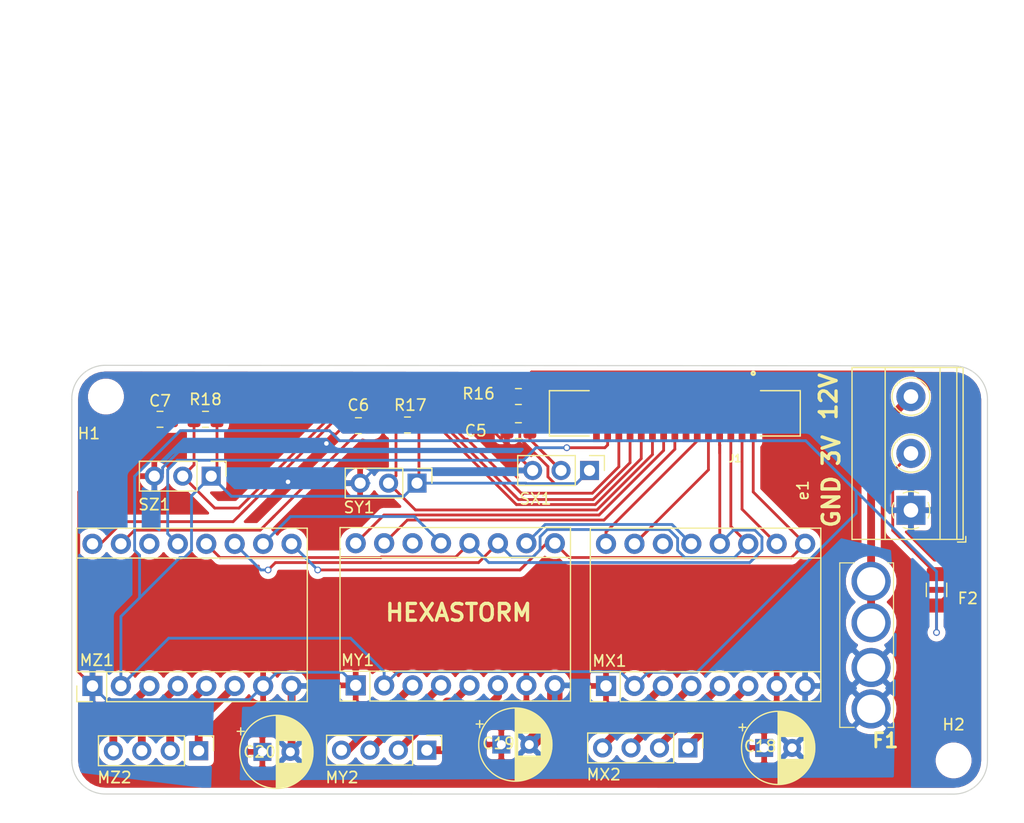
<source format=kicad_pcb>
(kicad_pcb (version 20171130) (host pcbnew "(5.1.10)-1")
  (title_block (title Firestarter) (date 2020-05-17) (rev 1) (company Hexastorm))
  (layers (0 F.Cu signal) (31 B.Cu signal) (34 B.Paste user hide) (35 F.Paste user hide) (36 B.SilkS user hide) (37 F.SilkS user) (38 B.Mask user hide) (39 F.Mask user hide) (44 Edge.Cuts user))
  (net 0 "")
  (net 1 +3V3)
  (net 2 GND)
  (net 3 +24V)
  (net 4 X_PO)
  (net 5 Y_PO)
  (net 6 Z_PO)
  (net 7 "Net-(F1-Pad1)")
  (net 8 "Net-(F2-Pad2)")
  (net 9 X_DIR)
  (net 10 X_STEP)
  (net 11 X_2B)
  (net 12 SPI1_XOYI)
  (net 13 X_2A)
  (net 14 SPI1_CE)
  (net 15 X_1A)
  (net 16 SPI1_SCL)
  (net 17 X_1B)
  (net 18 SPI1_MOSI)
  (net 19 ENABLE)
  (net 20 Y_DIR)
  (net 21 Y_STEP)
  (net 22 Y_2B)
  (net 23 SPI1_YOZI)
  (net 24 Y_2A)
  (net 25 Y_1A)
  (net 26 Y_1B)
  (net 27 Z_DIR)
  (net 28 Z_STEP)
  (net 29 Z_2B)
  (net 30 SPI1_MISO)
  (net 31 Z_2A)
  (net 32 Z_1A)
  (net 33 Z_1B)
  (net 34 "Net-(MX1-Pad6)")
  (net 35 "Net-(MY1-Pad6)")
  (net 36 "Net-(MZ1-Pad6)")
  (module footprints:TE_1-1734248-5 (layer F.Cu) (at 237.084 129.426 180)
    (fp_text reference J1 (at -5.37339 -4.010418) (layer F.SilkS) (effects (font (size 0.640643 0.640643))))
    (fp_text value 1-1734248-5)
    (pad 15_1 smd rect (at 7 -1.725 180) (size 0.6 1.65) (layers F.Cu F.Paste F.Mask) (net 30 SPI1_MISO))
    (pad 14_1 smd rect (at 6 -1.725 180) (size 0.6 1.65) (layers F.Cu F.Paste F.Mask) (net 30 SPI1_MISO))
    (pad 13_1 smd rect (at 5 -1.725 180) (size 0.6 1.65) (layers F.Cu F.Paste F.Mask) (net 6 Z_PO))
    (pad 12_1 smd rect (at 4 -1.725 180) (size 0.6 1.65) (layers F.Cu F.Paste F.Mask) (net 27 Z_DIR))
    (pad 11_1 smd rect (at 3 -1.725 180) (size 0.6 1.65) (layers F.Cu F.Paste F.Mask) (net 28 Z_STEP))
    (pad 10_1 smd rect (at 2 -1.725 180) (size 0.6 1.65) (layers F.Cu F.Paste F.Mask) (net 5 Y_PO))
    (pad 9_1 smd rect (at 1 -1.725 180) (size 0.6 1.65) (layers F.Cu F.Paste F.Mask) (net 20 Y_DIR))
    (pad 8_1 smd rect (at 0 -1.725 180) (size 0.6 1.65) (layers F.Cu F.Paste F.Mask) (net 21 Y_STEP))
    (pad 7_1 smd rect (at -1 -1.725 180) (size 0.6 1.65) (layers F.Cu F.Paste F.Mask) (net 4 X_PO))
    (pad 6_1 smd rect (at -2 -1.725 180) (size 0.6 1.65) (layers F.Cu F.Paste F.Mask) (net 9 X_DIR))
    (pad 5_1 smd rect (at -3 -1.725 180) (size 0.6 1.65) (layers F.Cu F.Paste F.Mask) (net 10 X_STEP))
    (pad 4_1 smd rect (at -4 -1.725 180) (size 0.6 1.65) (layers F.Cu F.Paste F.Mask) (net 14 SPI1_CE))
    (pad 3_1 smd rect (at -5 -1.725 180) (size 0.6 1.65) (layers F.Cu F.Paste F.Mask) (net 16 SPI1_SCL))
    (pad 2_1 smd rect (at -6 -1.725 180) (size 0.6 1.65) (layers F.Cu F.Paste F.Mask) (net 18 SPI1_MOSI))
    (pad 15 smd rect (at 7 2.025 180) (size 0.6 1.85) (layers F.Cu F.Paste F.Mask) (net 30 SPI1_MISO))
    (pad 14 smd rect (at 6 2.025 180) (size 0.6 1.85) (layers F.Cu F.Paste F.Mask) (net 30 SPI1_MISO))
    (pad 13 smd rect (at 5 2.025 180) (size 0.6 1.85) (layers F.Cu F.Paste F.Mask) (net 6 Z_PO))
    (pad 12 smd rect (at 4 2.025 180) (size 0.6 1.85) (layers F.Cu F.Paste F.Mask) (net 27 Z_DIR))
    (pad 11 smd rect (at 3 2.025 180) (size 0.6 1.85) (layers F.Cu F.Paste F.Mask) (net 28 Z_STEP))
    (pad 10 smd rect (at 2 2.025 180) (size 0.6 1.85) (layers F.Cu F.Paste F.Mask) (net 5 Y_PO))
    (pad 9 smd rect (at 1 2.025 180) (size 0.6 1.85) (layers F.Cu F.Paste F.Mask) (net 20 Y_DIR))
    (pad 8 smd rect (at 0 2.025 180) (size 0.6 1.85) (layers F.Cu F.Paste F.Mask) (net 21 Y_STEP))
    (pad 7 smd rect (at -1 2.025 180) (size 0.6 1.85) (layers F.Cu F.Paste F.Mask) (net 4 X_PO))
    (pad 6 smd rect (at -2 2.025 180) (size 0.6 1.85) (layers F.Cu F.Paste F.Mask) (net 9 X_DIR))
    (pad 5 smd rect (at -3 2.025 180) (size 0.6 1.85) (layers F.Cu F.Paste F.Mask) (net 10 X_STEP))
    (pad 4 smd rect (at -4 2.025 180) (size 0.6 1.85) (layers F.Cu F.Paste F.Mask) (net 14 SPI1_CE))
    (pad 3 smd rect (at -5 2.025 180) (size 0.6 1.85) (layers F.Cu F.Paste F.Mask) (net 16 SPI1_SCL))
    (pad 2 smd rect (at -6 2.025 180) (size 0.6 1.85) (layers F.Cu F.Paste F.Mask) (net 18 SPI1_MOSI))
    (pad 1_1 smd rect (at -7 -1.725 180) (size 0.6 1.65) (layers F.Cu F.Paste F.Mask) (net 19 ENABLE))
    (pad 1 smd rect (at -7 2.025 180) (size 0.6 1.85) (layers F.Cu F.Paste F.Mask) (net 19 ENABLE))
  )
  (module footprints:MCCQ122 (layer F.Cu) (at 254.61 144.412 270)
    (fp_text reference F1 (at 14.224 -1.27 180) (layer F.SilkS) (effects (font (size 1.27 1.27) (thickness 0.254))))
    (fp_text value 30A hide)
    (pad 4 thru_hole circle (at 11.4 0 270) (size 3.5 3.5) (drill 2.5239) (layers *.Cu *.Mask) (net 3 +24V))
    (pad 3 thru_hole circle (at 7.7 0 270) (size 3.5 3.5) (drill 2.5239) (layers *.Cu *.Mask) (net 3 +24V))
    (pad 2 thru_hole circle (at 3.7 0 270) (size 3.5 3.5) (drill 2.5239) (layers *.Cu *.Mask) (net 7 "Net-(F1-Pad1)"))
    (pad 1 thru_hole circle (at 0 0 270) (size 3.5 3.5) (drill 2.5239) (layers *.Cu *.Mask) (net 7 "Net-(F1-Pad1)"))
  )
  (module Fuse:Fuse_1206_3216Metric (layer F.Cu) (at 260.452 145.174 90)
    (fp_text reference F2 (at -0.762 2.794 180) (layer F.SilkS))
    (fp_text value 2A)
    (pad 2 smd roundrect (at 1.4 0 90) (size 1.25 1.75) (layers F.Cu F.Paste F.Mask) (roundrect_rratio 0.2) (net 8 "Net-(F2-Pad2)"))
    (pad 1 smd roundrect (at -1.4 0 90) (size 1.25 1.75) (layers F.Cu F.Paste F.Mask) (roundrect_rratio 0.2) (net 1 +3V3))
  )
  (module Connector_PinHeader_2.54mm:PinHeader_1x03_P2.54mm_Vertical (layer F.Cu) (at 195.682 135.014 270)
    (fp_text reference SZ1 (at 2.54 5.08 180) (layer F.SilkS))
    (fp_text value MOLEX_2031)
    (pad 3 thru_hole oval (at 0 5.08 270) (size 1.7 1.7) (drill 1) (layers *.Cu *.Mask) (net 2 GND))
    (pad 2 thru_hole oval (at 0 2.54 270) (size 1.7 1.7) (drill 1) (layers *.Cu *.Mask) (net 6 Z_PO))
    (pad 1 thru_hole rect (at 0 0 270) (size 1.7 1.7) (drill 1) (layers *.Cu *.Mask) (net 1 +3V3))
  )
  (module Connector_PinHeader_2.54mm:PinHeader_1x03_P2.54mm_Vertical (layer F.Cu) (at 214.06144 135.63884 270)
    (fp_text reference SY1 (at 2.16916 5.17144 180) (layer F.SilkS))
    (fp_text value MOLEX_2031)
    (pad 3 thru_hole oval (at 0 5.08 270) (size 1.7 1.7) (drill 1) (layers *.Cu *.Mask) (net 2 GND))
    (pad 2 thru_hole oval (at 0 2.54 270) (size 1.7 1.7) (drill 1) (layers *.Cu *.Mask) (net 5 Y_PO))
    (pad 1 thru_hole rect (at 0 0 270) (size 1.7 1.7) (drill 1) (layers *.Cu *.Mask) (net 1 +3V3))
  )
  (module Connector_PinHeader_2.54mm:PinHeader_1x03_P2.54mm_Vertical (layer F.Cu) (at 229.464 134.506 270)
    (fp_text reference SX1 (at 2.54 4.826 180) (layer F.SilkS))
    (fp_text value MOLEX_2031)
    (pad 3 thru_hole oval (at 0 5.08 270) (size 1.7 1.7) (drill 1) (layers *.Cu *.Mask) (net 2 GND))
    (pad 2 thru_hole oval (at 0 2.54 270) (size 1.7 1.7) (drill 1) (layers *.Cu *.Mask) (net 4 X_PO))
    (pad 1 thru_hole rect (at 0 0 270) (size 1.7 1.7) (drill 1) (layers *.Cu *.Mask) (net 1 +3V3))
  )
  (module Connector_PinHeader_2.54mm:PinHeader_1x04_P2.54mm_Vertical (layer F.Cu) (at 194.5644 159.5504 270)
    (fp_text reference MZ2 (at 2.3876 7.5184 180) (layer F.SilkS))
    (fp_text value MOLEX_2041)
    (pad 4 thru_hole oval (at 0 7.62 270) (size 1.7 1.7) (drill 1) (layers *.Cu *.Mask) (net 33 Z_1B))
    (pad 3 thru_hole oval (at 0 5.08 270) (size 1.7 1.7) (drill 1) (layers *.Cu *.Mask) (net 32 Z_1A))
    (pad 2 thru_hole oval (at 0 2.54 270) (size 1.7 1.7) (drill 1) (layers *.Cu *.Mask) (net 31 Z_2A))
    (pad 1 thru_hole rect (at 0 0 270) (size 1.7 1.7) (drill 1) (layers *.Cu *.Mask) (net 29 Z_2B))
  )
  (module Connector_PinHeader_2.54mm:PinHeader_1x04_P2.54mm_Vertical (layer F.Cu) (at 214.9352 159.4996 270)
    (fp_text reference MY2 (at 2.4384 7.5692 180) (layer F.SilkS))
    (fp_text value MOLEX_2041)
    (pad 4 thru_hole oval (at 0 7.62 270) (size 1.7 1.7) (drill 1) (layers *.Cu *.Mask) (net 26 Y_1B))
    (pad 3 thru_hole oval (at 0 5.08 270) (size 1.7 1.7) (drill 1) (layers *.Cu *.Mask) (net 25 Y_1A))
    (pad 2 thru_hole oval (at 0 2.54 270) (size 1.7 1.7) (drill 1) (layers *.Cu *.Mask) (net 24 Y_2A))
    (pad 1 thru_hole rect (at 0 0 270) (size 1.7 1.7) (drill 1) (layers *.Cu *.Mask) (net 22 Y_2B))
  )
  (module Connector_PinHeader_2.54mm:PinHeader_1x04_P2.54mm_Vertical (layer F.Cu) (at 238.2524 159.2964 270)
    (fp_text reference MX2 (at 2.3876 7.5184 180) (layer F.SilkS))
    (fp_text value MOLEX_2041)
    (pad 4 thru_hole oval (at 0 7.62 270) (size 1.7 1.7) (drill 1) (layers *.Cu *.Mask) (net 17 X_1B))
    (pad 3 thru_hole oval (at 0 5.08 270) (size 1.7 1.7) (drill 1) (layers *.Cu *.Mask) (net 15 X_1A))
    (pad 2 thru_hole oval (at 0 2.54 270) (size 1.7 1.7) (drill 1) (layers *.Cu *.Mask) (net 13 X_2A))
    (pad 1 thru_hole rect (at 0 0 270) (size 1.7 1.7) (drill 1) (layers *.Cu *.Mask) (net 11 X_2B))
  )
  (module MountingHole:MountingHole_2.2mm_M2 (layer F.Cu) (at 261.976 160.414)
    (fp_text reference H2 (at 0 -3.2) (layer F.SilkS))
    (fp_text value MountingHole)
    (pad 1 np_thru_hole circle (at 0 0) (size 2.2 2.2) (drill 2.2) (layers *.Cu *.Mask))
  )
  (module MountingHole:MountingHole_2.2mm_M2 (layer F.Cu) (at 186.284 127.902)
    (fp_text reference H1 (at -1.524 3.302 180) (layer F.SilkS))
    (fp_text value MountingHole)
    (pad 1 np_thru_hole circle (at 0 0) (size 2.2 2.2) (drill 2.2) (layers *.Cu *.Mask))
  )
  (module TerminalBlock_Phoenix:TerminalBlock_Phoenix_MKDS-1,5-3-5.08_1x03_P5.08mm_Horizontal (layer F.Cu) (at 258.166 138.062 90)
    (fp_text reference e1 (at 1.778 -9.652 90) (layer F.SilkS))
    (fp_text value Screw_Terminal_01x03)
    (pad 3 thru_hole circle (at 10.16 0 90) (size 2.6 2.6) (drill 1.3) (layers *.Cu *.Mask) (net 7 "Net-(F1-Pad1)"))
    (pad 2 thru_hole circle (at 5.08 0 90) (size 2.6 2.6) (drill 1.3) (layers *.Cu *.Mask) (net 8 "Net-(F2-Pad2)"))
    (pad 1 thru_hole rect (at 0 0 90) (size 2.6 2.6) (drill 1.3) (layers *.Cu *.Mask) (net 2 GND))
  )
  (module Capacitor_SMD:C_0805_2012Metric_Pad1.15x1.40mm_HandSolder (layer F.Cu) (at 191.11 129.934)
    (fp_text reference C7 (at 0 -1.65) (layer F.SilkS))
    (fp_text value 0.1uF)
    (pad 2 smd roundrect (at 1.025 0) (size 1.15 1.4) (layers F.Cu F.Paste F.Mask) (roundrect_rratio 0.2173904347826087) (net 6 Z_PO))
    (pad 1 smd roundrect (at -1.025 0) (size 1.15 1.4) (layers F.Cu F.Paste F.Mask) (roundrect_rratio 0.2173904347826087) (net 2 GND))
  )
  (module Capacitor_SMD:C_0805_2012Metric_Pad1.15x1.40mm_HandSolder (layer F.Cu) (at 208.8265 130.5055)
    (fp_text reference C6 (at 0 -1.8415) (layer F.SilkS))
    (fp_text value 0.1uF)
    (pad 2 smd roundrect (at 1.025 0) (size 1.15 1.4) (layers F.Cu F.Paste F.Mask) (roundrect_rratio 0.2173904347826087) (net 5 Y_PO))
    (pad 1 smd roundrect (at -1.025 0) (size 1.15 1.4) (layers F.Cu F.Paste F.Mask) (roundrect_rratio 0.2173904347826087) (net 2 GND))
  )
  (module Capacitor_SMD:C_0805_2012Metric_Pad1.15x1.40mm_HandSolder (layer F.Cu) (at 223.114 130.95)
    (fp_text reference C5 (at -3.81 0) (layer F.SilkS))
    (fp_text value 0.1uF)
    (pad 2 smd roundrect (at 1.025 0) (size 1.15 1.4) (layers F.Cu F.Paste F.Mask) (roundrect_rratio 0.2173904347826087) (net 4 X_PO))
    (pad 1 smd roundrect (at -1.025 0) (size 1.15 1.4) (layers F.Cu F.Paste F.Mask) (roundrect_rratio 0.2173904347826087) (net 2 GND))
  )
  (module footprints:TMC2130 (layer F.Cu) (at 230.9372 153.7592 90)
    (fp_text reference MX1 (at 2.2352 0.3048 180) (layer F.SilkS))
    (fp_text value X_STEPPER)
    (pad 8 thru_hole oval (at 12.7 0 90) (size 1.8 1.8) (drill 1.02) (layers *.Cu *.Mask) (net 9 X_DIR))
    (pad 16 thru_hole oval (at 0 17.78 90) (size 1.8 1.8) (drill 1.02) (layers *.Cu *.Mask) (net 3 +24V))
    (pad 7 thru_hole oval (at 12.7 2.54 90) (size 1.8 1.8) (drill 1.02) (layers *.Cu *.Mask) (net 10 X_STEP))
    (pad 15 thru_hole oval (at 0 15.24 90) (size 1.8 1.8) (drill 1.02) (layers *.Cu *.Mask) (net 2 GND))
    (pad 6 thru_hole oval (at 12.7 5.08 90) (size 1.8 1.8) (drill 1.02) (layers *.Cu *.Mask) (net 34 "Net-(MX1-Pad6)"))
    (pad 14 thru_hole oval (at 0 12.7 90) (size 1.8 1.8) (drill 1.02) (layers *.Cu *.Mask) (net 11 X_2B))
    (pad 5 thru_hole oval (at 12.7 7.62 90) (size 1.8 1.8) (drill 1.02) (layers *.Cu *.Mask) (net 12 SPI1_XOYI))
    (pad 13 thru_hole oval (at 0 10.16 90) (size 1.8 1.8) (drill 1.02) (layers *.Cu *.Mask) (net 13 X_2A))
    (pad 4 thru_hole oval (at 12.7 10.16 90) (size 1.8 1.8) (drill 1.02) (layers *.Cu *.Mask) (net 14 SPI1_CE))
    (pad 12 thru_hole oval (at 0 7.62 90) (size 1.8 1.8) (drill 1.02) (layers *.Cu *.Mask) (net 15 X_1A))
    (pad 3 thru_hole oval (at 12.7 12.7 90) (size 1.8 1.8) (drill 1.02) (layers *.Cu *.Mask) (net 16 SPI1_SCL))
    (pad 11 thru_hole oval (at 0 5.08 90) (size 1.8 1.8) (drill 1.02) (layers *.Cu *.Mask) (net 17 X_1B))
    (pad 2 thru_hole oval (at 12.7 15.24 90) (size 1.8 1.8) (drill 1.02) (layers *.Cu *.Mask) (net 18 SPI1_MOSI))
    (pad 10 thru_hole oval (at 0 2.54 90) (size 1.8 1.8) (drill 1.02) (layers *.Cu *.Mask) (net 1 +3V3))
    (pad 1 thru_hole oval (at 12.7 17.78 90) (size 1.8 1.8) (drill 1.02) (layers *.Cu *.Mask) (net 19 ENABLE))
    (pad 9 thru_hole rect (at 0 0 90) (size 1.8 1.8) (drill 1.02) (layers *.Cu *.Mask) (net 2 GND))
  )
  (module footprints:TMC2130 (layer F.Cu) (at 185.08 153.762 90)
    (fp_text reference MZ1 (at 2.3015 0.3785 180) (layer F.SilkS))
    (fp_text value Z_STEPPER)
    (pad 8 thru_hole oval (at 12.7 0 90) (size 1.8 1.8) (drill 1.02) (layers *.Cu *.Mask) (net 27 Z_DIR))
    (pad 16 thru_hole oval (at 0 17.78 90) (size 1.8 1.8) (drill 1.02) (layers *.Cu *.Mask) (net 3 +24V))
    (pad 7 thru_hole oval (at 12.7 2.54 90) (size 1.8 1.8) (drill 1.02) (layers *.Cu *.Mask) (net 28 Z_STEP))
    (pad 15 thru_hole oval (at 0 15.24 90) (size 1.8 1.8) (drill 1.02) (layers *.Cu *.Mask) (net 2 GND))
    (pad 6 thru_hole oval (at 12.7 5.08 90) (size 1.8 1.8) (drill 1.02) (layers *.Cu *.Mask) (net 36 "Net-(MZ1-Pad6)"))
    (pad 14 thru_hole oval (at 0 12.7 90) (size 1.8 1.8) (drill 1.02) (layers *.Cu *.Mask) (net 29 Z_2B))
    (pad 5 thru_hole oval (at 12.7 7.62 90) (size 1.8 1.8) (drill 1.02) (layers *.Cu *.Mask) (net 30 SPI1_MISO))
    (pad 13 thru_hole oval (at 0 10.16 90) (size 1.8 1.8) (drill 1.02) (layers *.Cu *.Mask) (net 31 Z_2A))
    (pad 4 thru_hole oval (at 12.7 10.16 90) (size 1.8 1.8) (drill 1.02) (layers *.Cu *.Mask) (net 14 SPI1_CE))
    (pad 12 thru_hole oval (at 0 7.62 90) (size 1.8 1.8) (drill 1.02) (layers *.Cu *.Mask) (net 32 Z_1A))
    (pad 3 thru_hole oval (at 12.7 12.7 90) (size 1.8 1.8) (drill 1.02) (layers *.Cu *.Mask) (net 16 SPI1_SCL))
    (pad 11 thru_hole oval (at 0 5.08 90) (size 1.8 1.8) (drill 1.02) (layers *.Cu *.Mask) (net 33 Z_1B))
    (pad 2 thru_hole oval (at 12.7 15.24 90) (size 1.8 1.8) (drill 1.02) (layers *.Cu *.Mask) (net 23 SPI1_YOZI))
    (pad 10 thru_hole oval (at 0 2.54 90) (size 1.8 1.8) (drill 1.02) (layers *.Cu *.Mask) (net 1 +3V3))
    (pad 1 thru_hole oval (at 12.7 17.78 90) (size 1.8 1.8) (drill 1.02) (layers *.Cu *.Mask) (net 19 ENABLE))
    (pad 9 thru_hole rect (at 0 0 90) (size 1.8 1.8) (drill 1.02) (layers *.Cu *.Mask) (net 2 GND))
  )
  (module Capacitor_THT:CP_Radial_D6.3mm_P2.50mm (layer F.Cu) (at 221.59 159)
    (fp_text reference C19 (at -0.254 -0.11) (layer F.SilkS))
    (fp_text value 100uF)
    (pad 2 thru_hole circle (at 2.5 0) (size 1.6 1.6) (drill 0.8) (layers *.Cu *.Mask) (net 3 +24V))
    (pad 1 thru_hole rect (at 0 0) (size 1.6 1.6) (drill 0.8) (layers *.Cu *.Mask) (net 2 GND))
  )
  (module Resistor_SMD:R_0805_2012Metric_Pad1.15x1.40mm_HandSolder (layer F.Cu) (at 195.174 129.934 180)
    (fp_text reference R18 (at 0 1.778) (layer F.SilkS))
    (fp_text value 10K)
    (pad 2 smd roundrect (at 1.025 0 180) (size 1.15 1.4) (layers F.Cu F.Paste F.Mask) (roundrect_rratio 0.2173904347826087) (net 6 Z_PO))
    (pad 1 smd roundrect (at -1.025 0 180) (size 1.15 1.4) (layers F.Cu F.Paste F.Mask) (roundrect_rratio 0.2173904347826087) (net 1 +3V3))
  )
  (module Resistor_SMD:R_0805_2012Metric_Pad1.15x1.40mm_HandSolder (layer F.Cu) (at 213.208 130.442 180)
    (fp_text reference R17 (at -0.254 1.778) (layer F.SilkS))
    (fp_text value 10K)
    (pad 2 smd roundrect (at 1.025 0 180) (size 1.15 1.4) (layers F.Cu F.Paste F.Mask) (roundrect_rratio 0.2173904347826087) (net 5 Y_PO))
    (pad 1 smd roundrect (at -1.025 0 180) (size 1.15 1.4) (layers F.Cu F.Paste F.Mask) (roundrect_rratio 0.2173904347826087) (net 1 +3V3))
  )
  (module Resistor_SMD:R_0805_2012Metric_Pad1.15x1.40mm_HandSolder (layer F.Cu) (at 223.114 127.902)
    (fp_text reference R16 (at -3.556 -0.254) (layer F.SilkS))
    (fp_text value 10K)
    (pad 2 smd roundrect (at 1.025 0) (size 1.15 1.4) (layers F.Cu F.Paste F.Mask) (roundrect_rratio 0.2173904347826087) (net 4 X_PO))
    (pad 1 smd roundrect (at -1.025 0) (size 1.15 1.4) (layers F.Cu F.Paste F.Mask) (roundrect_rratio 0.2173904347826087) (net 1 +3V3))
  )
  (module footprints:TMC2130 (layer F.Cu) (at 208.5852 153.7084 90)
    (fp_text reference MY1 (at 2.2479 0.1778 180) (layer F.SilkS))
    (fp_text value Y_STEPPER)
    (pad 8 thru_hole oval (at 12.7 0 90) (size 1.8 1.8) (drill 1.02) (layers *.Cu *.Mask) (net 20 Y_DIR))
    (pad 16 thru_hole oval (at 0 17.78 90) (size 1.8 1.8) (drill 1.02) (layers *.Cu *.Mask) (net 3 +24V))
    (pad 7 thru_hole oval (at 12.7 2.54 90) (size 1.8 1.8) (drill 1.02) (layers *.Cu *.Mask) (net 21 Y_STEP))
    (pad 15 thru_hole oval (at 0 15.24 90) (size 1.8 1.8) (drill 1.02) (layers *.Cu *.Mask) (net 2 GND))
    (pad 6 thru_hole oval (at 12.7 5.08 90) (size 1.8 1.8) (drill 1.02) (layers *.Cu *.Mask) (net 35 "Net-(MY1-Pad6)"))
    (pad 14 thru_hole oval (at 0 12.7 90) (size 1.8 1.8) (drill 1.02) (layers *.Cu *.Mask) (net 22 Y_2B))
    (pad 5 thru_hole oval (at 12.7 7.62 90) (size 1.8 1.8) (drill 1.02) (layers *.Cu *.Mask) (net 23 SPI1_YOZI))
    (pad 13 thru_hole oval (at 0 10.16 90) (size 1.8 1.8) (drill 1.02) (layers *.Cu *.Mask) (net 24 Y_2A))
    (pad 4 thru_hole oval (at 12.7 10.16 90) (size 1.8 1.8) (drill 1.02) (layers *.Cu *.Mask) (net 14 SPI1_CE))
    (pad 12 thru_hole oval (at 0 7.62 90) (size 1.8 1.8) (drill 1.02) (layers *.Cu *.Mask) (net 25 Y_1A))
    (pad 3 thru_hole oval (at 12.7 12.7 90) (size 1.8 1.8) (drill 1.02) (layers *.Cu *.Mask) (net 16 SPI1_SCL))
    (pad 11 thru_hole oval (at 0 5.08 90) (size 1.8 1.8) (drill 1.02) (layers *.Cu *.Mask) (net 26 Y_1B))
    (pad 2 thru_hole oval (at 12.7 15.24 90) (size 1.8 1.8) (drill 1.02) (layers *.Cu *.Mask) (net 12 SPI1_XOYI))
    (pad 10 thru_hole oval (at 0 2.54 90) (size 1.8 1.8) (drill 1.02) (layers *.Cu *.Mask) (net 1 +3V3))
    (pad 1 thru_hole oval (at 12.7 17.78 90) (size 1.8 1.8) (drill 1.02) (layers *.Cu *.Mask) (net 19 ENABLE))
    (pad 9 thru_hole rect (at 0 0 90) (size 1.8 1.8) (drill 1.02) (layers *.Cu *.Mask) (net 2 GND))
  )
  (module Capacitor_THT:CP_Radial_D6.3mm_P2.50mm (layer F.Cu) (at 200.254 159.652)
    (fp_text reference C20 (at -0.254 0) (layer F.SilkS))
    (fp_text value 100uF)
    (pad 2 thru_hole circle (at 2.5 0) (size 1.6 1.6) (drill 0.8) (layers *.Cu *.Mask) (net 3 +24V))
    (pad 1 thru_hole rect (at 0 0) (size 1.6 1.6) (drill 0.8) (layers *.Cu *.Mask) (net 2 GND))
  )
  (module Capacitor_THT:CP_Radial_D6.3mm_P2.50mm (layer F.Cu) (at 245.0596 159.2964)
    (fp_text reference C18 (at -0.3556 -0.1524) (layer F.SilkS))
    (fp_text value 100uF)
    (pad 2 thru_hole circle (at 2.5 0) (size 1.6 1.6) (drill 0.8) (layers *.Cu *.Mask) (net 3 +24V))
    (pad 1 thru_hole rect (at 0 0) (size 1.6 1.6) (drill 0.8) (layers *.Cu *.Mask) (net 2 GND))
  )
  (gr_text HEXASTORM (at 217.78 147.206) (layer F.SilkS) (effects (font (size 1.5 1.5) (thickness 0.3))))
  (gr_text 3V (at 251.054 132.728 90) (layer F.SilkS) (effects (font (size 1.5 1.5) (thickness 0.3))))
  (gr_text 12V (at 250.8 127.902 90) (layer F.SilkS) (effects (font (size 1.5 1.5) (thickness 0.3))))
  (gr_text GND (at 251.054 137.3 90) (layer F.SilkS) (effects (font (size 1.5 1.5) (thickness 0.3))))
  (gr_line (start 183.236 128.164727) (end 183.236 160.414) (layer Edge.Cuts) (width 0.1))
  (gr_arc (start 262 128.156) (end 262 125.156) (angle 90) (layer Edge.Cuts) (width 0.1))
  (gr_arc (start 261.9986 160.41908) (end 265 160.4394) (angle 89.61210353) (layer Edge.Cuts) (width 0.1))
  (gr_arc (start 186.236 160.414) (end 186.236 163.414) (angle 90) (layer Edge.Cuts) (width 0.1))
  (gr_arc (start 186.22864 128.101227) (end 183.236 128.164727) (angle 90.77898295) (layer Edge.Cuts) (width 0.1))
  (gr_line (start 262 125.156) (end 186.205832 125.108) (layer Edge.Cuts) (width 0.1))
  (gr_line (start 265 160.4394) (end 265 128.156) (layer Edge.Cuts) (width 0.1))
  (gr_line (start 186.236 163.414) (end 261.9986 163.420549) (layer Edge.Cuts) (width 0.1))
  (segment (start 214.233 135.46728) (end 214.06144 135.63884) (width 0.25) (layer F.Cu) (net 1))
  (segment (start 214.233 130.442) (end 214.233 135.46728) (width 0.25) (layer F.Cu) (net 1))
  (segment (start 228.288999 135.681001) (end 229.464 134.506) (width 0.25) (layer B.Cu) (net 1))
  (segment (start 223.819999 135.681001) (end 228.288999 135.681001) (width 0.25) (layer B.Cu) (net 1))
  (segment (start 223.777838 135.63884) (end 223.819999 135.681001) (width 0.25) (layer B.Cu) (net 1))
  (segment (start 214.06144 135.63884) (end 223.777838 135.63884) (width 0.25) (layer B.Cu) (net 1))
  (segment (start 196.199 134.497) (end 195.682 135.014) (width 0.25) (layer F.Cu) (net 1))
  (segment (start 196.199 129.934) (end 196.199 134.497) (width 0.25) (layer F.Cu) (net 1))
  (segment (start 195.682 135.014) (end 196.232161 134.463839) (width 0.25) (layer B.Cu) (net 1))
  (segment (start 193.925001 136.770999) (end 195.682 135.014) (width 0.25) (layer B.Cu) (net 1))
  (segment (start 193.288001 142.287001) (end 193.925001 141.650001) (width 0.25) (layer B.Cu) (net 1))
  (segment (start 260.452 146.574) (end 260.452 148.984) (width 0.25) (layer F.Cu) (net 1))
  (segment (start 260.452 148.984) (end 260.452 148.984) (width 0.25) (layer F.Cu) (net 1))
  (via (at 260.452 148.984) (size 0.6) (drill 0.4) (layers F.Cu B.Cu) (net 1))
  (segment (start 207.138003 131.848999) (end 248.767997 131.848999) (width 0.25) (layer B.Cu) (net 1))
  (segment (start 206.239004 130.95) (end 207.138003 131.848999) (width 0.25) (layer B.Cu) (net 1))
  (segment (start 192.926998 130.95) (end 206.239004 130.95) (width 0.25) (layer B.Cu) (net 1))
  (segment (start 187.62 153.762) (end 187.62 147.555001) (width 0.25) (layer B.Cu) (net 1))
  (segment (start 192.888 142.287001) (end 193.288001 142.287001) (width 0.25) (layer B.Cu) (net 1))
  (segment (start 188.845001 135.035001) (end 188.843499 135.033499) (width 0.25) (layer B.Cu) (net 1))
  (segment (start 188.845001 141.639001) (end 188.845001 135.035001) (width 0.25) (layer B.Cu) (net 1))
  (segment (start 189.285501 142.079501) (end 188.845001 141.639001) (width 0.25) (layer B.Cu) (net 1))
  (segment (start 188.843499 135.033499) (end 192.926998 130.95) (width 0.25) (layer B.Cu) (net 1))
  (segment (start 189.285501 145.889501) (end 189.285501 142.079501) (width 0.25) (layer B.Cu) (net 1))
  (segment (start 187.62 147.555001) (end 189.285501 145.889501) (width 0.25) (layer B.Cu) (net 1))
  (segment (start 189.285501 145.889501) (end 192.888 142.287001) (width 0.25) (layer B.Cu) (net 1))
  (segment (start 193.925001 141.650001) (end 193.925001 136.770999) (width 0.25) (layer B.Cu) (net 1))
  (segment (start 212.886439 136.813841) (end 197.481841 136.813841) (width 0.25) (layer B.Cu) (net 1))
  (segment (start 197.481841 136.813841) (end 195.682 135.014) (width 0.25) (layer B.Cu) (net 1))
  (segment (start 214.06144 135.63884) (end 212.886439 136.813841) (width 0.25) (layer B.Cu) (net 1))
  (segment (start 253.271499 138.317903) (end 253.271499 136.352501) (width 0.25) (layer B.Cu) (net 1))
  (segment (start 234.702201 152.534199) (end 239.055203 152.534199) (width 0.25) (layer B.Cu) (net 1))
  (segment (start 233.4772 153.7592) (end 234.702201 152.534199) (width 0.25) (layer B.Cu) (net 1))
  (segment (start 239.055203 152.534199) (end 253.271499 138.317903) (width 0.25) (layer B.Cu) (net 1))
  (segment (start 248.767997 131.848999) (end 253.271499 136.352501) (width 0.25) (layer B.Cu) (net 1))
  (segment (start 260.452 143.533002) (end 254.160499 137.241501) (width 0.25) (layer B.Cu) (net 1))
  (segment (start 260.452 148.984) (end 260.452 143.533002) (width 0.25) (layer B.Cu) (net 1))
  (segment (start 253.271499 136.352501) (end 254.160499 137.241501) (width 0.25) (layer B.Cu) (net 1))
  (segment (start 232.201399 152.483399) (end 233.4772 153.7592) (width 0.25) (layer B.Cu) (net 1))
  (segment (start 212.350201 152.483399) (end 232.201399 152.483399) (width 0.25) (layer B.Cu) (net 1))
  (segment (start 211.1252 153.7084) (end 212.350201 152.483399) (width 0.25) (layer B.Cu) (net 1))
  (segment (start 187.62 153.762) (end 191.89 149.492) (width 0.25) (layer B.Cu) (net 1))
  (segment (start 191.89 149.492) (end 208.128 149.492) (width 0.25) (layer B.Cu) (net 1))
  (segment (start 211.1252 152.4892) (end 211.1252 153.7084) (width 0.25) (layer B.Cu) (net 1))
  (segment (start 208.128 149.492) (end 211.1252 152.4892) (width 0.25) (layer B.Cu) (net 1))
  (segment (start 207.8015 130.5055) (end 207.8015 130.5145) (width 0.25) (layer F.Cu) (net 2))
  (via (at 202.54 135.522) (size 0.6) (drill 0.4) (layers F.Cu B.Cu) (net 2))
  (segment (start 207.5565 130.5055) (end 207.8015 130.5055) (width 0.25) (layer F.Cu) (net 2))
  (segment (start 202.54 135.522) (end 205.969 132.093) (width 0.25) (layer F.Cu) (net 2))
  (segment (start 205.969 132.093) (end 207.5565 130.5055) (width 0.25) (layer F.Cu) (net 2))
  (via (at 205.969 132.093) (size 0.6) (drill 0.4) (layers F.Cu B.Cu) (net 2))
  (segment (start 222.089 132.211) (end 224.384 134.506) (width 0.25) (layer F.Cu) (net 2))
  (segment (start 222.089 130.95) (end 222.089 132.211) (width 0.25) (layer F.Cu) (net 2))
  (segment (start 208.98144 135.63884) (end 209.782438 135.63884) (width 0.25) (layer B.Cu) (net 2))
  (segment (start 191.952038 128.066962) (end 190.085 129.934) (width 0.25) (layer F.Cu) (net 2))
  (segment (start 217.944962 128.066962) (end 191.952038 128.066962) (width 0.25) (layer F.Cu) (net 2))
  (segment (start 224.384 134.506) (end 217.944962 128.066962) (width 0.25) (layer F.Cu) (net 2))
  (segment (start 193.506591 132.093) (end 205.969 132.093) (width 0.25) (layer B.Cu) (net 2))
  (segment (start 191.347 134.252591) (end 193.506591 132.093) (width 0.25) (layer B.Cu) (net 2))
  (segment (start 191.347 134.777) (end 191.347 134.252591) (width 0.25) (layer B.Cu) (net 2))
  (segment (start 191.11 135.014) (end 191.347 134.777) (width 0.25) (layer B.Cu) (net 2))
  (segment (start 190.602 135.014) (end 191.11 135.014) (width 0.25) (layer B.Cu) (net 2))
  (segment (start 224.341839 134.463839) (end 224.384 134.506) (width 0.25) (layer B.Cu) (net 2))
  (segment (start 210.156441 134.463839) (end 224.341839 134.463839) (width 0.25) (layer B.Cu) (net 2))
  (segment (start 208.98144 135.63884) (end 210.156441 134.463839) (width 0.25) (layer B.Cu) (net 2))
  (segment (start 202.65684 135.63884) (end 202.54 135.522) (width 0.25) (layer B.Cu) (net 2))
  (segment (start 208.98144 135.63884) (end 202.65684 135.63884) (width 0.25) (layer B.Cu) (net 2))
  (segment (start 183.854999 152.536999) (end 185.08 153.762) (width 0.25) (layer F.Cu) (net 2))
  (segment (start 183.854999 136.427001) (end 183.854999 152.536999) (width 0.25) (layer F.Cu) (net 2))
  (segment (start 185.268 135.014) (end 183.854999 136.427001) (width 0.25) (layer F.Cu) (net 2))
  (segment (start 190.602 135.014) (end 185.268 135.014) (width 0.25) (layer F.Cu) (net 2))
  (segment (start 199.094999 154.987001) (end 200.32 153.762) (width 0.25) (layer B.Cu) (net 2))
  (segment (start 186.305001 154.987001) (end 199.094999 154.987001) (width 0.25) (layer B.Cu) (net 2))
  (segment (start 185.08 153.762) (end 186.305001 154.987001) (width 0.25) (layer B.Cu) (net 2))
  (segment (start 207.413799 152.536999) (end 208.5852 153.7084) (width 0.25) (layer B.Cu) (net 2))
  (segment (start 201.545001 152.536999) (end 207.413799 152.536999) (width 0.25) (layer B.Cu) (net 2))
  (segment (start 200.32 153.762) (end 201.545001 152.536999) (width 0.25) (layer B.Cu) (net 2))
  (segment (start 226.3652 156.7248) (end 224.09 159) (width 1.37) (layer F.Cu) (net 3))
  (segment (start 226.3652 153.7084) (end 226.3652 156.7248) (width 1.37) (layer F.Cu) (net 3))
  (segment (start 202.86 159.546) (end 202.754 159.652) (width 0.7) (layer F.Cu) (net 3))
  (segment (start 202.86 153.762) (end 202.86 159.546) (width 0.7) (layer F.Cu) (net 3))
  (segment (start 222.597 127.648) (end 222.597 128.392) (width 0.25) (layer F.Cu) (net 1))
  (segment (start 224.647 132.229) (end 226.924 134.506) (width 0.25) (layer F.Cu) (net 4))
  (segment (start 224.139 131.721) (end 226.924 134.506) (width 0.25) (layer F.Cu) (net 4))
  (segment (start 224.139 130.95) (end 224.139 131.721) (width 0.25) (layer F.Cu) (net 4))
  (segment (start 238.084 126.226) (end 238.084 127.401) (width 0.25) (layer F.Cu) (net 4))
  (segment (start 238.008999 126.150999) (end 238.084 126.226) (width 0.25) (layer F.Cu) (net 4))
  (segment (start 238.084 127.401) (end 238.084 131.151) (width 0.25) (layer F.Cu) (net 4))
  (segment (start 228.288999 135.681001) (end 229.464 134.506) (width 0.25) (layer F.Cu) (net 1))
  (segment (start 226.359999 135.681001) (end 228.288999 135.681001) (width 0.25) (layer F.Cu) (net 1))
  (segment (start 225.748999 135.070001) (end 226.359999 135.681001) (width 0.25) (layer F.Cu) (net 1))
  (segment (start 225.748999 134.148189) (end 225.748999 135.070001) (width 0.25) (layer F.Cu) (net 1))
  (segment (start 223.23899 131.63818) (end 225.748999 134.148189) (width 0.25) (layer F.Cu) (net 1))
  (segment (start 223.23899 128.47699) (end 223.23899 131.63818) (width 0.25) (layer F.Cu) (net 1))
  (segment (start 222.664 127.902) (end 223.23899 128.47699) (width 0.25) (layer F.Cu) (net 1))
  (segment (start 222.089 127.902) (end 222.664 127.902) (width 0.25) (layer F.Cu) (net 1))
  (segment (start 261.65201 145.37399) (end 260.452 146.574) (width 0.25) (layer F.Cu) (net 1))
  (segment (start 258.369991 125.700989) (end 261.65201 128.983008) (width 0.25) (layer F.Cu) (net 1))
  (segment (start 261.65201 128.983008) (end 261.65201 145.37399) (width 0.25) (layer F.Cu) (net 1))
  (segment (start 224.290011 125.700989) (end 258.369991 125.700989) (width 0.25) (layer F.Cu) (net 1))
  (segment (start 222.089 127.902) (end 224.290011 125.700989) (width 0.25) (layer F.Cu) (net 1))
  (segment (start 233.755001 126.150999) (end 238.008999 126.150999) (width 0.25) (layer F.Cu) (net 4))
  (segment (start 224.139 127.902) (end 224.139 130.95) (width 0.25) (layer F.Cu) (net 4))
  (segment (start 225.890001 126.150999) (end 229.691001 126.150999) (width 0.25) (layer F.Cu) (net 4))
  (segment (start 224.139 127.902) (end 225.890001 126.150999) (width 0.25) (layer F.Cu) (net 4))
  (segment (start 229.691001 126.150999) (end 233.755001 126.150999) (width 0.25) (layer F.Cu) (net 4))
  (segment (start 228.938001 126.150999) (end 229.691001 126.150999) (width 0.25) (layer F.Cu) (net 4))
  (segment (start 212.183 134.97728) (end 211.52144 135.63884) (width 0.25) (layer F.Cu) (net 5))
  (segment (start 212.183 130.442) (end 212.183 134.97728) (width 0.25) (layer F.Cu) (net 5))
  (segment (start 212.1195 130.5055) (end 212.183 130.442) (width 0.25) (layer F.Cu) (net 5))
  (segment (start 209.8515 130.5055) (end 212.1195 130.5055) (width 0.25) (layer F.Cu) (net 5))
  (segment (start 209.33599 129.98999) (end 209.8515 130.5055) (width 0.25) (layer F.Cu) (net 5))
  (segment (start 213.91676 138.03416) (end 211.52144 135.63884) (width 0.25) (layer F.Cu) (net 5))
  (segment (start 235.084 133.080232) (end 235.084 131.151) (width 0.25) (layer F.Cu) (net 5))
  (segment (start 230.130072 138.03416) (end 235.084 133.080232) (width 0.25) (layer F.Cu) (net 5))
  (segment (start 213.91676 138.03416) (end 230.130072 138.03416) (width 0.25) (layer F.Cu) (net 5))
  (segment (start 235.084 127.401) (end 235.084 131.151) (width 0.25) (layer F.Cu) (net 5))
  (segment (start 194.0855 129.9975) (end 194.149 129.934) (width 0.25) (layer F.Cu) (net 6))
  (segment (start 194.149 134.007) (end 193.142 135.014) (width 0.25) (layer F.Cu) (net 6))
  (segment (start 194.149 129.934) (end 194.149 134.007) (width 0.25) (layer F.Cu) (net 6))
  (segment (start 192.135 129.934) (end 194.149 129.934) (width 0.25) (layer F.Cu) (net 6))
  (segment (start 195.99399 137.86599) (end 193.142 135.014) (width 0.25) (layer F.Cu) (net 6))
  (segment (start 218.542 131.712) (end 218.36401 131.712) (width 0.25) (layer F.Cu) (net 6))
  (segment (start 218.36401 131.712) (end 215.168981 128.516971) (width 0.25) (layer F.Cu) (net 6))
  (segment (start 207.513029 128.516971) (end 198.16401 137.86599) (width 0.25) (layer F.Cu) (net 6))
  (segment (start 215.168981 128.516971) (end 207.513029 128.516971) (width 0.25) (layer F.Cu) (net 6))
  (segment (start 198.16401 137.86599) (end 195.99399 137.86599) (width 0.25) (layer F.Cu) (net 6))
  (segment (start 229.717002 136.538) (end 232.084 134.171002) (width 0.25) (layer F.Cu) (net 6))
  (segment (start 223.368 136.538) (end 229.717002 136.538) (width 0.25) (layer F.Cu) (net 6))
  (segment (start 223.48398 136.65398) (end 223.368 136.538) (width 0.25) (layer F.Cu) (net 6))
  (segment (start 232.084 134.171002) (end 232.084 131.151) (width 0.25) (layer F.Cu) (net 6))
  (segment (start 223.368 136.538) (end 218.542 131.712) (width 0.25) (layer F.Cu) (net 6))
  (segment (start 232.084 127.401) (end 232.084 131.151) (width 0.25) (layer F.Cu) (net 6))
  (segment (start 254.61 131.458) (end 254.61 148.112) (width 0.7) (layer F.Cu) (net 7))
  (segment (start 258.166 127.902) (end 254.61 131.458) (width 0.7) (layer F.Cu) (net 7))
  (segment (start 256.540999 139.862999) (end 260.452 143.774) (width 0.25) (layer F.Cu) (net 8))
  (segment (start 258.166 132.982) (end 256.540999 134.607001) (width 0.25) (layer F.Cu) (net 8))
  (segment (start 256.540999 134.607001) (end 256.540999 139.862999) (width 0.25) (layer F.Cu) (net 8))
  (segment (start 239.084 127.401) (end 239.084 131.151) (width 0.25) (layer F.Cu) (net 9))
  (segment (start 230.9372 140.007802) (end 230.9372 141.0592) (width 0.25) (layer F.Cu) (net 9))
  (segment (start 239.084 131.861002) (end 230.9372 140.007802) (width 0.25) (layer F.Cu) (net 9))
  (segment (start 239.084 131.151) (end 239.084 131.861002) (width 0.25) (layer F.Cu) (net 9))
  (segment (start 233.4772 141.0592) (end 234.702201 139.834199) (width 0.25) (layer F.Cu) (net 10))
  (segment (start 240.084 127.401) (end 240.084 131.151) (width 0.25) (layer F.Cu) (net 10))
  (segment (start 240.084 134.4524) (end 233.4772 141.0592) (width 0.25) (layer F.Cu) (net 10))
  (segment (start 240.084 131.151) (end 240.084 134.4524) (width 0.25) (layer F.Cu) (net 10))
  (segment (start 238.2524 159.144) (end 238.2524 159.2964) (width 0.7) (layer F.Cu) (net 11))
  (segment (start 243.6372 153.7592) (end 238.2524 159.144) (width 0.7) (layer F.Cu) (net 11))
  (segment (start 224.725199 140.108401) (end 223.8252 141.0084) (width 0.25) (layer B.Cu) (net 12))
  (segment (start 225.500211 139.333389) (end 224.725199 140.108401) (width 0.25) (layer B.Cu) (net 12))
  (segment (start 236.831389 139.333389) (end 225.500211 139.333389) (width 0.25) (layer B.Cu) (net 12))
  (segment (start 238.5572 141.0592) (end 236.831389 139.333389) (width 0.25) (layer B.Cu) (net 12))
  (segment (start 235.7124 159.0664) (end 235.7124 159.2964) (width 0.7) (layer F.Cu) (net 13))
  (segment (start 240.119601 154.659199) (end 235.7124 159.0664) (width 0.7) (layer F.Cu) (net 13))
  (segment (start 240.197201 154.659199) (end 240.119601 154.659199) (width 0.7) (layer F.Cu) (net 13))
  (segment (start 241.0972 153.7592) (end 240.197201 154.659199) (width 0.7) (layer F.Cu) (net 13))
  (segment (start 242.322201 139.834199) (end 241.0972 141.0592) (width 0.25) (layer B.Cu) (net 14))
  (segment (start 244.225201 139.834199) (end 242.322201 139.834199) (width 0.25) (layer B.Cu) (net 14))
  (segment (start 244.862201 140.471199) (end 244.225201 139.834199) (width 0.25) (layer B.Cu) (net 14))
  (segment (start 243.775191 142.734211) (end 244.862201 141.647201) (width 0.25) (layer B.Cu) (net 14))
  (segment (start 244.862201 141.647201) (end 244.862201 140.471199) (width 0.25) (layer B.Cu) (net 14))
  (segment (start 220.471011 142.734211) (end 243.775191 142.734211) (width 0.25) (layer B.Cu) (net 14))
  (segment (start 218.7452 141.0084) (end 220.471011 142.734211) (width 0.25) (layer B.Cu) (net 14))
  (segment (start 217.520199 142.233401) (end 218.7452 141.0084) (width 0.25) (layer F.Cu) (net 14))
  (segment (start 210.882601 142.233401) (end 217.520199 142.233401) (width 0.25) (layer F.Cu) (net 14))
  (segment (start 210.829001 142.287001) (end 210.882601 142.233401) (width 0.25) (layer F.Cu) (net 14))
  (segment (start 196.465001 142.287001) (end 210.829001 142.287001) (width 0.25) (layer F.Cu) (net 14))
  (segment (start 195.24 141.062) (end 196.465001 142.287001) (width 0.25) (layer F.Cu) (net 14))
  (segment (start 241.084 132.979) (end 241.084 131.151) (width 0.25) (layer F.Cu) (net 14))
  (segment (start 241.084 127.966) (end 241.084 131.151) (width 0.25) (layer F.Cu) (net 14))
  (segment (start 241.084 127.401) (end 241.084 127.966) (width 0.25) (layer F.Cu) (net 14))
  (segment (start 241.0972 132.2392) (end 241.0972 141.0592) (width 0.25) (layer F.Cu) (net 14))
  (segment (start 241.084 132.226) (end 241.0972 132.2392) (width 0.25) (layer F.Cu) (net 14))
  (segment (start 241.084 131.151) (end 241.084 132.226) (width 0.25) (layer F.Cu) (net 14))
  (segment (start 233.1724 159.144) (end 233.1724 159.2964) (width 0.7) (layer F.Cu) (net 15))
  (segment (start 238.5572 153.7592) (end 233.1724 159.144) (width 0.7) (layer F.Cu) (net 15))
  (segment (start 224.413201 142.233401) (end 222.510201 142.233401) (width 0.25) (layer B.Cu) (net 16))
  (segment (start 225.050201 140.419809) (end 225.050201 141.596401) (width 0.25) (layer B.Cu) (net 16))
  (segment (start 225.686611 139.783399) (end 225.050201 140.419809) (width 0.25) (layer B.Cu) (net 16))
  (segment (start 236.554401 139.783399) (end 225.686611 139.783399) (width 0.25) (layer B.Cu) (net 16))
  (segment (start 237.332199 140.561197) (end 236.554401 139.783399) (width 0.25) (layer B.Cu) (net 16))
  (segment (start 225.050201 141.596401) (end 224.413201 142.233401) (width 0.25) (layer B.Cu) (net 16))
  (segment (start 237.332199 141.647201) (end 237.332199 140.561197) (width 0.25) (layer B.Cu) (net 16))
  (segment (start 237.969199 142.284201) (end 237.332199 141.647201) (width 0.25) (layer B.Cu) (net 16))
  (segment (start 222.510201 142.233401) (end 221.2852 141.0084) (width 0.25) (layer B.Cu) (net 16))
  (segment (start 242.412199 142.284201) (end 237.969199 142.284201) (width 0.25) (layer B.Cu) (net 16))
  (segment (start 243.6372 141.0592) (end 242.412199 142.284201) (width 0.25) (layer B.Cu) (net 16))
  (segment (start 221.2852 140.57941) (end 221.2852 141.0084) (width 0.25) (layer B.Cu) (net 16))
  (segment (start 200.819 143.339) (end 200.876 143.396) (width 0.25) (layer B.Cu) (net 16))
  (segment (start 219.556589 142.737011) (end 201.420989 142.737011) (width 0.25) (layer F.Cu) (net 16))
  (segment (start 221.2852 141.0084) (end 219.556589 142.737011) (width 0.25) (layer F.Cu) (net 16))
  (segment (start 201.420989 142.737011) (end 200.762 143.396) (width 0.25) (layer F.Cu) (net 16))
  (segment (start 200.762 143.396) (end 200.762 143.396) (width 0.25) (layer F.Cu) (net 16))
  (via (at 200.762 143.396) (size 0.6) (drill 0.4) (layers F.Cu B.Cu) (net 16))
  (segment (start 200.114 143.396) (end 200.762 143.396) (width 0.25) (layer B.Cu) (net 16))
  (segment (start 197.78 141.062) (end 200.114 143.396) (width 0.25) (layer B.Cu) (net 16))
  (segment (start 242.084 127.401) (end 242.084 131.151) (width 0.25) (layer F.Cu) (net 16))
  (segment (start 242.084 139.506) (end 243.6372 141.0592) (width 0.25) (layer F.Cu) (net 16))
  (segment (start 242.084 131.151) (end 242.084 139.506) (width 0.25) (layer F.Cu) (net 16))
  (segment (start 230.6324 159.144) (end 230.6324 159.2964) (width 0.7) (layer F.Cu) (net 17))
  (segment (start 236.0172 153.7592) (end 230.6324 159.144) (width 0.7) (layer F.Cu) (net 17))
  (segment (start 243.084 131.151) (end 243.084 127.401) (width 0.25) (layer F.Cu) (net 18))
  (segment (start 243.084 137.966) (end 246.1772 141.0592) (width 0.25) (layer F.Cu) (net 18))
  (segment (start 243.084 131.151) (end 243.084 137.966) (width 0.25) (layer F.Cu) (net 18))
  (segment (start 247.492199 142.284201) (end 248.7172 141.0592) (width 0.25) (layer F.Cu) (net 19))
  (segment (start 227.641001 142.284201) (end 247.492199 142.284201) (width 0.25) (layer F.Cu) (net 19))
  (segment (start 226.3652 141.0084) (end 227.641001 142.284201) (width 0.25) (layer F.Cu) (net 19))
  (segment (start 225.638202 141.0084) (end 226.3652 141.0084) (width 0.25) (layer F.Cu) (net 19))
  (segment (start 202.86 141.062) (end 205.194 143.396) (width 0.25) (layer B.Cu) (net 19))
  (segment (start 205.194 143.396) (end 205.194 143.396) (width 0.25) (layer B.Cu) (net 19))
  (via (at 205.194 143.396) (size 0.6) (drill 0.4) (layers F.Cu B.Cu) (net 19))
  (segment (start 223.250602 143.396) (end 223.436301 143.210301) (width 0.25) (layer F.Cu) (net 19))
  (segment (start 205.194 143.396) (end 223.250602 143.396) (width 0.25) (layer F.Cu) (net 19))
  (segment (start 223.436301 143.210301) (end 225.638202 141.0084) (width 0.25) (layer F.Cu) (net 19))
  (segment (start 223.307602 143.339) (end 223.436301 143.210301) (width 0.25) (layer F.Cu) (net 19))
  (segment (start 244.084 131.151) (end 244.084 127.401) (width 0.25) (layer F.Cu) (net 19))
  (segment (start 244.084 136.426) (end 248.7172 141.0592) (width 0.25) (layer F.Cu) (net 19))
  (segment (start 244.084 131.151) (end 244.084 136.426) (width 0.25) (layer F.Cu) (net 19))
  (segment (start 208.5852 141.0084) (end 211.10943 138.48417) (width 0.25) (layer F.Cu) (net 20))
  (segment (start 236.084 132.716642) (end 236.084 131.151) (width 0.25) (layer F.Cu) (net 20))
  (segment (start 230.316473 138.484169) (end 236.084 132.716642) (width 0.25) (layer F.Cu) (net 20))
  (segment (start 211.10943 138.48417) (end 230.316473 138.484169) (width 0.25) (layer F.Cu) (net 20))
  (segment (start 236.084 127.401) (end 236.084 131.151) (width 0.25) (layer F.Cu) (net 20))
  (segment (start 211.1252 141.0084) (end 213.19942 138.93418) (width 0.25) (layer F.Cu) (net 21))
  (segment (start 237.084 132.611) (end 237.084 131.151) (width 0.25) (layer F.Cu) (net 21))
  (segment (start 230.76082 138.93418) (end 237.084 132.611) (width 0.25) (layer F.Cu) (net 21))
  (segment (start 213.19942 138.93418) (end 230.76082 138.93418) (width 0.25) (layer F.Cu) (net 21))
  (segment (start 237.084 127.401) (end 237.084 131.151) (width 0.25) (layer F.Cu) (net 21))
  (segment (start 221.2852 154.6996) (end 221.2852 153.7084) (width 0.7) (layer F.Cu) (net 22))
  (segment (start 216.4852 159.4996) (end 221.2852 154.6996) (width 0.7) (layer F.Cu) (net 22))
  (segment (start 214.9352 159.4996) (end 216.4852 159.4996) (width 0.7) (layer F.Cu) (net 22))
  (segment (start 216.2052 141.0084) (end 213.82179 138.624989) (width 0.25) (layer B.Cu) (net 23))
  (segment (start 202.75701 138.62499) (end 205.27901 138.62499) (width 0.25) (layer B.Cu) (net 23))
  (segment (start 200.32 141.062) (end 202.75701 138.62499) (width 0.25) (layer B.Cu) (net 23))
  (segment (start 213.82179 138.624989) (end 205.27901 138.62499) (width 0.25) (layer B.Cu) (net 23))
  (segment (start 217.295199 155.158401) (end 218.7452 153.7084) (width 0.7) (layer F.Cu) (net 24))
  (segment (start 216.736399 155.158401) (end 217.295199 155.158401) (width 0.7) (layer F.Cu) (net 24))
  (segment (start 212.3952 159.4996) (end 216.736399 155.158401) (width 0.7) (layer F.Cu) (net 24))
  (segment (start 212.964019 156.949581) (end 216.2052 153.7084) (width 0.7) (layer F.Cu) (net 25))
  (segment (start 212.405219 156.949581) (end 212.964019 156.949581) (width 0.7) (layer F.Cu) (net 25))
  (segment (start 209.8552 159.4996) (end 212.405219 156.949581) (width 0.7) (layer F.Cu) (net 25))
  (segment (start 207.874 159.4996) (end 213.6652 153.7084) (width 0.7) (layer F.Cu) (net 26))
  (segment (start 207.3152 159.4996) (end 207.874 159.4996) (width 0.7) (layer F.Cu) (net 26))
  (segment (start 223.11959 137.10399) (end 222.7068 136.6912) (width 0.25) (layer F.Cu) (net 27))
  (segment (start 222.7068 136.6912) (end 222.86559 136.84999) (width 0.25) (layer F.Cu) (net 27))
  (segment (start 214.982581 128.966981) (end 222.7068 136.6912) (width 0.25) (layer F.Cu) (net 27))
  (segment (start 207.751829 128.966981) (end 214.982581 128.966981) (width 0.25) (layer F.Cu) (net 27))
  (segment (start 185.806998 141.062) (end 187.790998 139.078) (width 0.25) (layer F.Cu) (net 27))
  (segment (start 185.08 141.062) (end 185.806998 141.062) (width 0.25) (layer F.Cu) (net 27))
  (segment (start 197.64081 139.078) (end 198.820405 137.898405) (width 0.25) (layer F.Cu) (net 27))
  (segment (start 187.790998 139.078) (end 197.64081 139.078) (width 0.25) (layer F.Cu) (net 27))
  (segment (start 198.820405 137.898405) (end 207.751829 128.966981) (width 0.25) (layer F.Cu) (net 27))
  (segment (start 198.40281 138.316) (end 198.820405 137.898405) (width 0.25) (layer F.Cu) (net 27))
  (segment (start 233.084 133.807412) (end 233.084 131.151) (width 0.25) (layer F.Cu) (net 27))
  (segment (start 229.787422 137.10399) (end 233.084 133.807412) (width 0.25) (layer F.Cu) (net 27))
  (segment (start 223.11959 137.10399) (end 229.787422 137.10399) (width 0.25) (layer F.Cu) (net 27))
  (segment (start 233.084 127.401) (end 233.084 131.151) (width 0.25) (layer F.Cu) (net 27))
  (segment (start 209.27258 129.41699) (end 214.79618 129.41699) (width 0.25) (layer F.Cu) (net 28))
  (segment (start 208.885981 129.803589) (end 209.27258 129.41699) (width 0.25) (layer F.Cu) (net 28))
  (segment (start 208.885981 131.009209) (end 208.885981 129.803589) (width 0.25) (layer F.Cu) (net 28))
  (segment (start 214.79618 129.41699) (end 222.93319 137.554) (width 0.25) (layer F.Cu) (net 28))
  (segment (start 187.62 141.062) (end 188.845001 139.836999) (width 0.25) (layer F.Cu) (net 28))
  (segment (start 200.058191 139.836999) (end 201.297595 138.597595) (width 0.25) (layer F.Cu) (net 28))
  (segment (start 188.845001 139.836999) (end 200.058191 139.836999) (width 0.25) (layer F.Cu) (net 28))
  (segment (start 201.297595 138.597595) (end 208.885981 131.009209) (width 0.25) (layer F.Cu) (net 28))
  (segment (start 200.820191 139.074999) (end 201.297595 138.597595) (width 0.25) (layer F.Cu) (net 28))
  (segment (start 234.084 133.443822) (end 234.084 131.151) (width 0.25) (layer F.Cu) (net 28))
  (segment (start 229.973823 137.553999) (end 234.084 133.443822) (width 0.25) (layer F.Cu) (net 28))
  (segment (start 222.93319 137.554) (end 229.973823 137.553999) (width 0.25) (layer F.Cu) (net 28))
  (segment (start 234.084 127.401) (end 234.084 131.151) (width 0.25) (layer F.Cu) (net 28))
  (segment (start 194.5644 156.9776) (end 197.78 153.762) (width 0.7) (layer F.Cu) (net 29))
  (segment (start 194.5644 159.5504) (end 194.5644 156.9776) (width 0.7) (layer F.Cu) (net 29))
  (segment (start 191.79701 134.438991) (end 192.647011 133.58899) (width 0.25) (layer B.Cu) (net 30))
  (segment (start 191.79701 140.15901) (end 191.79701 134.438991) (width 0.25) (layer B.Cu) (net 30))
  (segment (start 192.7 141.062) (end 191.79701 140.15901) (width 0.25) (layer B.Cu) (net 30))
  (segment (start 223.562008 133.58899) (end 224.676998 132.474) (width 0.25) (layer B.Cu) (net 30))
  (segment (start 192.647011 133.58899) (end 223.562008 133.58899) (width 0.25) (layer B.Cu) (net 30))
  (segment (start 224.676998 132.474) (end 227.432 132.474) (width 0.25) (layer B.Cu) (net 30))
  (segment (start 227.432 132.474) (end 227.432 132.474) (width 0.25) (layer B.Cu) (net 30))
  (via (at 227.432 132.474) (size 0.6) (drill 0.4) (layers F.Cu B.Cu) (net 30))
  (segment (start 231.084 132.226) (end 231.084 131.151) (width 0.25) (layer F.Cu) (net 30))
  (segment (start 230.836 132.474) (end 231.084 132.226) (width 0.25) (layer F.Cu) (net 30))
  (segment (start 227.432 132.474) (end 230.836 132.474) (width 0.25) (layer F.Cu) (net 30))
  (segment (start 231.084 127.401) (end 231.084 131.151) (width 0.25) (layer F.Cu) (net 30))
  (segment (start 192.0244 156.9776) (end 192.0244 159.5504) (width 0.7) (layer F.Cu) (net 31))
  (segment (start 195.24 153.762) (end 192.0244 156.9776) (width 0.7) (layer F.Cu) (net 31))
  (segment (start 189.4844 156.9776) (end 189.4844 159.5504) (width 0.7) (layer F.Cu) (net 32))
  (segment (start 192.7 153.762) (end 189.4844 156.9776) (width 0.7) (layer F.Cu) (net 32))
  (segment (start 186.9444 156.9776) (end 186.9444 159.5504) (width 0.7) (layer F.Cu) (net 33))
  (segment (start 190.16 153.762) (end 186.9444 156.9776) (width 0.7) (layer F.Cu) (net 33))
  (segment (start 230.084 127.401) (end 230.084 131.151) (width 0.25) (layer F.Cu) (net 30))
  (segment (start 230.084 127.401) (end 231.084 127.401) (width 0.25) (layer F.Cu) (net 30))
  (zone (net 2) (net_name GND) (layer F.Cu) (connect_pads (clearance 0.508)) (min_thickness 0.254) (fill yes (arc_segments 32) (thermal_gap 0.508) (thermal_bridge_width 0.508))
    (polygon (pts (xy 268.2625 164.859) (xy 176.8225 164.859) (xy 176.8225 92.6595) (xy 268.2625 92.469)))
  )
  (zone (net 3) (net_name +24V) (layer B.Cu) (connect_pads (clearance 0.508)) (min_thickness 0.254) (fill yes (arc_segments 32) (thermal_gap 0.508) (thermal_bridge_width 0.508))
    (polygon (pts (xy 256.642 161.938) (xy 198.222 162.192) (xy 198.984 139.078) (xy 245.72 139.078) (xy 256.388 141.618) (xy 256.896 149.238)))
  )
  (zone (net 2) (net_name GND) (layer B.Cu) (connect_pads (clearance 0.508)) (min_thickness 0.254) (fill yes (arc_segments 32) (thermal_gap 0.508) (thermal_bridge_width 0.508))
    (polygon (pts (xy 265.278 125.108) (xy 266.294 165.748) (xy 258.166 166.002) (xy 258.166 141.11) (xy 251.816 137.808) (xy 198.222 137.808) (xy 196.444 139.078) (xy 195.682 162.954) (xy 183.236 161.43) (xy 183.744 124.854)))
  )
)
</source>
